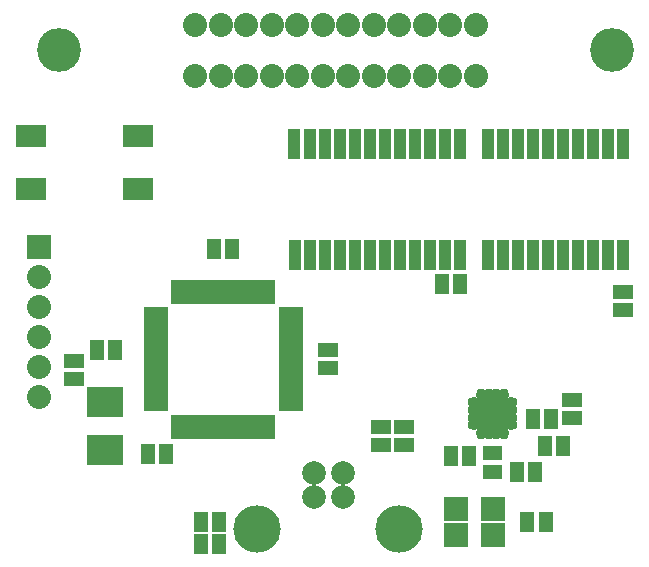
<source format=gts>
%FSLAX34Y34*%
G04 Gerber Fmt 3.4, Leading zero omitted, Abs format*
G04 (created by PCBNEW (2013-11-28 BZR 4510)-product) date Thu 28 Nov 2013 12:06:36 PM EST*
%MOIN*%
G01*
G70*
G90*
G04 APERTURE LIST*
%ADD10C,0.005906*%
%ADD11R,0.051496X0.037717*%
%ADD12R,0.037717X0.051496*%
%ADD13R,0.098740X0.098740*%
%ADD14O,0.031811X0.043622*%
%ADD15O,0.043622X0.031811*%
%ADD16R,0.102677X0.075118*%
%ADD17R,0.043622X0.098740*%
%ADD18R,0.079000X0.079000*%
%ADD19C,0.079100*%
%ADD20C,0.157800*%
%ADD21R,0.120000X0.100000*%
%ADD22C,0.080000*%
%ADD23C,0.146000*%
%ADD24R,0.080000X0.080000*%
%ADD25R,0.045000X0.065000*%
%ADD26R,0.065000X0.045000*%
%ADD27R,0.036000X0.080000*%
%ADD28R,0.080000X0.036000*%
G04 APERTURE END LIST*
G54D10*
G54D11*
X66364Y-48717D03*
X65735Y-48717D03*
X65735Y-49032D03*
X66364Y-49032D03*
G54D12*
X64737Y-47204D03*
X64737Y-46575D03*
X64422Y-46575D03*
X64422Y-47204D03*
G54D13*
X64575Y-45275D03*
G54D14*
X64191Y-44645D03*
X64447Y-44645D03*
X64702Y-44645D03*
X64958Y-44645D03*
G54D15*
X65204Y-44891D03*
X65204Y-45147D03*
X65204Y-45402D03*
X65204Y-45658D03*
G54D14*
X64958Y-45904D03*
X64702Y-45904D03*
X64447Y-45904D03*
X64191Y-45904D03*
G54D15*
X63945Y-45658D03*
X63945Y-45402D03*
X63945Y-45147D03*
X63945Y-44891D03*
G54D16*
X52771Y-36014D03*
X52771Y-37785D03*
X49188Y-36014D03*
X49188Y-37785D03*
G54D17*
X63500Y-36274D03*
X63000Y-36274D03*
X62500Y-36274D03*
X62000Y-36274D03*
X61500Y-36274D03*
X61000Y-36274D03*
X60500Y-36274D03*
X60000Y-36274D03*
X59500Y-36274D03*
X59000Y-36274D03*
X58500Y-36274D03*
X57950Y-36274D03*
X63500Y-39975D03*
X63000Y-39975D03*
X62500Y-39975D03*
X62000Y-39975D03*
X61500Y-39975D03*
X61000Y-39975D03*
X60500Y-39975D03*
X60000Y-39975D03*
X59500Y-39975D03*
X59000Y-39975D03*
X58500Y-39975D03*
X58000Y-39975D03*
X68925Y-36274D03*
X68425Y-36274D03*
X67925Y-36274D03*
X67425Y-36274D03*
X66925Y-36274D03*
X66425Y-36274D03*
X65925Y-36274D03*
X65425Y-36274D03*
X64925Y-36274D03*
X64425Y-36274D03*
X64425Y-39975D03*
X64925Y-39975D03*
X65425Y-39975D03*
X65925Y-39975D03*
X66425Y-39975D03*
X66925Y-39975D03*
X67425Y-39975D03*
X67925Y-39975D03*
X68425Y-39975D03*
X68925Y-39975D03*
G54D18*
X63345Y-48450D03*
X64605Y-48450D03*
X63345Y-49300D03*
X64605Y-49300D03*
G54D19*
X58610Y-48030D03*
X59590Y-48030D03*
X59590Y-47240D03*
X58610Y-47240D03*
G54D20*
X56730Y-49100D03*
X61470Y-49100D03*
G54D21*
X51675Y-44875D03*
X51675Y-46475D03*
G54D22*
X59775Y-33995D03*
X60625Y-33995D03*
X58075Y-33995D03*
X58925Y-33995D03*
X59775Y-32305D03*
X58925Y-32305D03*
X58075Y-32305D03*
X60625Y-32305D03*
X57225Y-33995D03*
X56375Y-33995D03*
X55525Y-33995D03*
X54675Y-33995D03*
X57225Y-32305D03*
X56375Y-32305D03*
X55525Y-32305D03*
X54675Y-32305D03*
X61475Y-33995D03*
X62325Y-33995D03*
X63175Y-33995D03*
X64025Y-33995D03*
X61475Y-32305D03*
X62325Y-32305D03*
X63175Y-32305D03*
X64025Y-32305D03*
G54D23*
X68565Y-33150D03*
X50135Y-33150D03*
G54D24*
X49450Y-39725D03*
G54D22*
X49450Y-40725D03*
X49450Y-41725D03*
X49450Y-42725D03*
X49450Y-43725D03*
X49450Y-44725D03*
G54D25*
X55300Y-39775D03*
X55900Y-39775D03*
X65930Y-45430D03*
X66530Y-45430D03*
G54D26*
X61625Y-45700D03*
X61625Y-46300D03*
X60850Y-45700D03*
X60850Y-46300D03*
X68925Y-41200D03*
X68925Y-41800D03*
X59100Y-43750D03*
X59100Y-43150D03*
G54D25*
X53700Y-46625D03*
X53100Y-46625D03*
G54D26*
X50625Y-44125D03*
X50625Y-43525D03*
G54D25*
X52000Y-43140D03*
X51400Y-43140D03*
G54D27*
X55600Y-45700D03*
X55915Y-45700D03*
X56230Y-45700D03*
X56545Y-45700D03*
X56860Y-45700D03*
X57175Y-45700D03*
X55285Y-45700D03*
X54970Y-45700D03*
X54655Y-45700D03*
X54340Y-45700D03*
X54025Y-45700D03*
X55600Y-41200D03*
X55915Y-41200D03*
X56230Y-41200D03*
X56545Y-41200D03*
X56860Y-41200D03*
X57175Y-41200D03*
X55285Y-41200D03*
X54970Y-41200D03*
X54655Y-41200D03*
X54340Y-41200D03*
X54025Y-41200D03*
G54D28*
X57850Y-43450D03*
X53350Y-43450D03*
X57850Y-43135D03*
X53350Y-43135D03*
X53350Y-42820D03*
X57850Y-42820D03*
X57850Y-42505D03*
X53350Y-42505D03*
X53350Y-42190D03*
X57850Y-42190D03*
X57850Y-41875D03*
X53350Y-41875D03*
X53350Y-43765D03*
X57850Y-43765D03*
X57850Y-44080D03*
X53350Y-44080D03*
X53350Y-44395D03*
X57850Y-44395D03*
X57850Y-44710D03*
X53350Y-44710D03*
X53350Y-45025D03*
X57850Y-45025D03*
G54D26*
X67240Y-45410D03*
X67240Y-44810D03*
G54D25*
X63800Y-46670D03*
X63200Y-46670D03*
X65390Y-47210D03*
X65990Y-47210D03*
X66330Y-46330D03*
X66930Y-46330D03*
X63500Y-40950D03*
X62900Y-40950D03*
X55475Y-48875D03*
X54875Y-48875D03*
X55475Y-49600D03*
X54875Y-49600D03*
M02*

</source>
